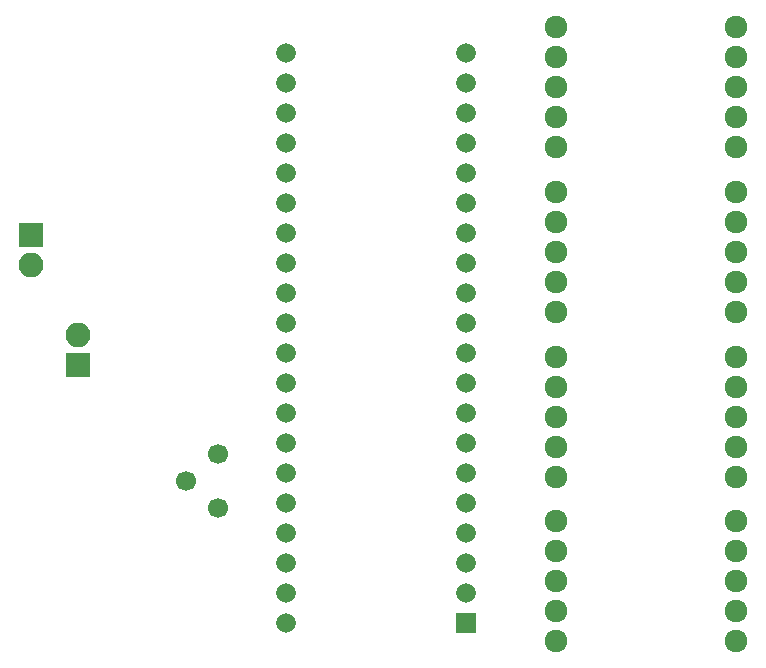
<source format=gbr>
G04 #@! TF.GenerationSoftware,KiCad,Pcbnew,(5.0.0-3-g5ebb6b6)*
G04 #@! TF.CreationDate,2018-10-31T22:03:31-07:00*
G04 #@! TF.ProjectId,Digital Voltmeter,4469676974616C20566F6C746D657465,A*
G04 #@! TF.SameCoordinates,Original*
G04 #@! TF.FileFunction,Soldermask,Bot*
G04 #@! TF.FilePolarity,Negative*
%FSLAX46Y46*%
G04 Gerber Fmt 4.6, Leading zero omitted, Abs format (unit mm)*
G04 Created by KiCad (PCBNEW (5.0.0-3-g5ebb6b6)) date Wednesday, October 31, 2018 at 10:03:31 PM*
%MOMM*%
%LPD*%
G01*
G04 APERTURE LIST*
%ADD10R,2.100000X2.100000*%
%ADD11O,2.100000X2.100000*%
%ADD12C,1.924000*%
%ADD13R,1.670000X1.670000*%
%ADD14C,1.670000*%
%ADD15C,1.700000*%
G04 APERTURE END LIST*
D10*
G04 #@! TO.C,J2*
X108775500Y-98044000D03*
D11*
X108775500Y-100584000D03*
G04 #@! TD*
D10*
G04 #@! TO.C,J1*
X112776000Y-109029500D03*
D11*
X112776000Y-106489500D03*
G04 #@! TD*
D12*
G04 #@! TO.C,U4*
X168529000Y-90614500D03*
X168529000Y-88074500D03*
X168529000Y-85534500D03*
X168529000Y-82994500D03*
X168529000Y-80454500D03*
X153289000Y-90614500D03*
X153289000Y-88074500D03*
X153289000Y-85534500D03*
X153289000Y-82994500D03*
X153289000Y-80454500D03*
G04 #@! TD*
D13*
G04 #@! TO.C,U3*
X145669000Y-130937000D03*
D14*
X145669000Y-128397000D03*
X145669000Y-125857000D03*
X145669000Y-123317000D03*
X145669000Y-120777000D03*
X145669000Y-118237000D03*
X145669000Y-115697000D03*
X145669000Y-113157000D03*
X145669000Y-110617000D03*
X145669000Y-108077000D03*
X145669000Y-105537000D03*
X145669000Y-102997000D03*
X145669000Y-100457000D03*
X145669000Y-97917000D03*
X145669000Y-95377000D03*
X145669000Y-92837000D03*
X145669000Y-90297000D03*
X145669000Y-87757000D03*
X145669000Y-85217000D03*
X145669000Y-82677000D03*
X130429000Y-82677000D03*
X130429000Y-85217000D03*
X130429000Y-87757000D03*
X130429000Y-90297000D03*
X130429000Y-92837000D03*
X130429000Y-95377000D03*
X130429000Y-97917000D03*
X130429000Y-100457000D03*
X130429000Y-102997000D03*
X130429000Y-105537000D03*
X130429000Y-108077000D03*
X130429000Y-110617000D03*
X130429000Y-113157000D03*
X130429000Y-115697000D03*
X130429000Y-118237000D03*
X130429000Y-120777000D03*
X130429000Y-123317000D03*
X130429000Y-125857000D03*
X130429000Y-128397000D03*
X130429000Y-130937000D03*
G04 #@! TD*
D12*
G04 #@! TO.C,U7*
X153289000Y-122237500D03*
X153289000Y-124777500D03*
X153289000Y-127317500D03*
X153289000Y-129857500D03*
X153289000Y-132397500D03*
X168529000Y-122237500D03*
X168529000Y-124777500D03*
X168529000Y-127317500D03*
X168529000Y-129857500D03*
X168529000Y-132397500D03*
G04 #@! TD*
G04 #@! TO.C,U6*
X168529000Y-118554500D03*
X168529000Y-116014500D03*
X168529000Y-113474500D03*
X168529000Y-110934500D03*
X168529000Y-108394500D03*
X153289000Y-118554500D03*
X153289000Y-116014500D03*
X153289000Y-113474500D03*
X153289000Y-110934500D03*
X153289000Y-108394500D03*
G04 #@! TD*
G04 #@! TO.C,U5*
X153289000Y-94424500D03*
X153289000Y-96964500D03*
X153289000Y-99504500D03*
X153289000Y-102044500D03*
X153289000Y-104584500D03*
X168529000Y-94424500D03*
X168529000Y-96964500D03*
X168529000Y-99504500D03*
X168529000Y-102044500D03*
X168529000Y-104584500D03*
G04 #@! TD*
D15*
G04 #@! TO.C,RV1*
X124609000Y-116562000D03*
X121929000Y-118872000D03*
X124609000Y-121182000D03*
G04 #@! TD*
M02*

</source>
